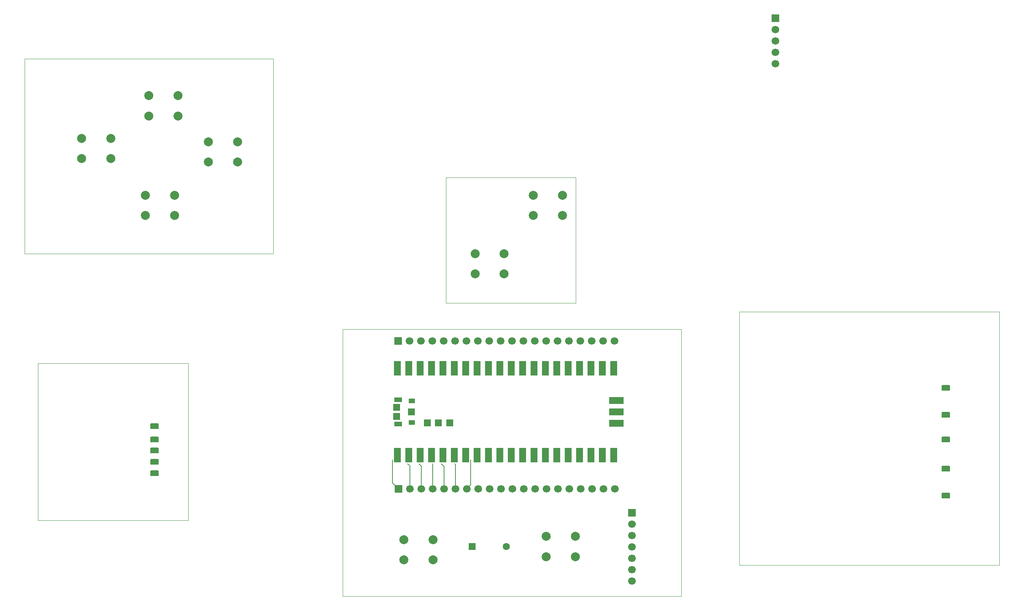
<source format=gbr>
%TF.GenerationSoftware,KiCad,Pcbnew,9.0.1*%
%TF.CreationDate,2025-04-24T14:02:34-07:00*%
%TF.ProjectId,Capstone_1,43617073-746f-46e6-955f-312e6b696361,rev?*%
%TF.SameCoordinates,Original*%
%TF.FileFunction,Copper,L1,Top*%
%TF.FilePolarity,Positive*%
%FSLAX46Y46*%
G04 Gerber Fmt 4.6, Leading zero omitted, Abs format (unit mm)*
G04 Created by KiCad (PCBNEW 9.0.1) date 2025-04-24 14:02:34*
%MOMM*%
%LPD*%
G01*
G04 APERTURE LIST*
G04 Aperture macros list*
%AMRoundRect*
0 Rectangle with rounded corners*
0 $1 Rounding radius*
0 $2 $3 $4 $5 $6 $7 $8 $9 X,Y pos of 4 corners*
0 Add a 4 corners polygon primitive as box body*
4,1,4,$2,$3,$4,$5,$6,$7,$8,$9,$2,$3,0*
0 Add four circle primitives for the rounded corners*
1,1,$1+$1,$2,$3*
1,1,$1+$1,$4,$5*
1,1,$1+$1,$6,$7*
1,1,$1+$1,$8,$9*
0 Add four rect primitives between the rounded corners*
20,1,$1+$1,$2,$3,$4,$5,0*
20,1,$1+$1,$4,$5,$6,$7,0*
20,1,$1+$1,$6,$7,$8,$9,0*
20,1,$1+$1,$8,$9,$2,$3,0*%
G04 Aperture macros list end*
%TA.AperFunction,ComponentPad*%
%ADD10R,1.700000X1.700000*%
%TD*%
%TA.AperFunction,ComponentPad*%
%ADD11C,1.700000*%
%TD*%
%TA.AperFunction,SMDPad,CuDef*%
%ADD12RoundRect,0.190500X-0.762000X-0.444500X0.762000X-0.444500X0.762000X0.444500X-0.762000X0.444500X0*%
%TD*%
%TA.AperFunction,ComponentPad*%
%ADD13C,2.000000*%
%TD*%
%TA.AperFunction,ComponentPad*%
%ADD14RoundRect,0.250000X-0.550000X-0.550000X0.550000X-0.550000X0.550000X0.550000X-0.550000X0.550000X0*%
%TD*%
%TA.AperFunction,ComponentPad*%
%ADD15C,1.600000*%
%TD*%
%TA.AperFunction,SMDPad,CuDef*%
%ADD16R,1.600200X3.200400*%
%TD*%
%TA.AperFunction,SMDPad,CuDef*%
%ADD17R,1.803400X1.092200*%
%TD*%
%TA.AperFunction,SMDPad,CuDef*%
%ADD18R,1.447800X1.041400*%
%TD*%
%TA.AperFunction,SMDPad,CuDef*%
%ADD19R,3.200400X1.600200*%
%TD*%
%TA.AperFunction,SMDPad,CuDef*%
%ADD20R,1.498600X1.498600*%
%TD*%
%TA.AperFunction,ViaPad*%
%ADD21C,0.600000*%
%TD*%
%TA.AperFunction,Conductor*%
%ADD22C,0.200000*%
%TD*%
%TA.AperFunction,Profile*%
%ADD23C,0.050000*%
%TD*%
G04 APERTURE END LIST*
D10*
%TO.P,J4,1,Pin_1*%
%TO.N,unconnected-(J4-Pin_1-Pad1)*%
X133940000Y-135000000D03*
D11*
%TO.P,J4,2,Pin_2*%
%TO.N,unconnected-(J4-Pin_2-Pad2)*%
X136480000Y-135000000D03*
%TO.P,J4,3,Pin_3*%
%TO.N,unconnected-(J4-Pin_3-Pad3)*%
X139020000Y-135000000D03*
%TO.P,J4,4,Pin_4*%
%TO.N,unconnected-(J4-Pin_4-Pad4)*%
X141560000Y-135000000D03*
%TO.P,J4,5,Pin_5*%
%TO.N,unconnected-(J4-Pin_5-Pad5)*%
X144100000Y-135000000D03*
%TO.P,J4,6,Pin_6*%
%TO.N,unconnected-(J4-Pin_6-Pad6)*%
X146640000Y-135000000D03*
%TO.P,J4,7,Pin_7*%
%TO.N,unconnected-(J4-Pin_7-Pad7)*%
X149180000Y-135000000D03*
%TO.P,J4,8,Pin_8*%
%TO.N,unconnected-(J4-Pin_8-Pad8)*%
X151720000Y-135000000D03*
%TO.P,J4,9,Pin_9*%
%TO.N,unconnected-(J4-Pin_9-Pad9)*%
X154260000Y-135000000D03*
%TO.P,J4,10,Pin_10*%
%TO.N,unconnected-(J4-Pin_10-Pad10)*%
X156800000Y-135000000D03*
%TO.P,J4,11,Pin_11*%
%TO.N,unconnected-(J4-Pin_11-Pad11)*%
X159340000Y-135000000D03*
%TO.P,J4,12,Pin_12*%
%TO.N,unconnected-(J4-Pin_12-Pad12)*%
X161880000Y-135000000D03*
%TO.P,J4,13,Pin_13*%
%TO.N,unconnected-(J4-Pin_13-Pad13)*%
X164420000Y-135000000D03*
%TO.P,J4,14,Pin_14*%
%TO.N,unconnected-(J4-Pin_14-Pad14)*%
X166960000Y-135000000D03*
%TO.P,J4,15,Pin_15*%
%TO.N,unconnected-(J4-Pin_15-Pad15)*%
X169500000Y-135000000D03*
%TO.P,J4,16,Pin_16*%
%TO.N,unconnected-(J4-Pin_16-Pad16)*%
X172040000Y-135000000D03*
%TO.P,J4,17,Pin_17*%
%TO.N,unconnected-(J4-Pin_17-Pad17)*%
X174580000Y-135000000D03*
%TO.P,J4,18,Pin_18*%
%TO.N,unconnected-(J4-Pin_18-Pad18)*%
X177120000Y-135000000D03*
%TO.P,J4,19,Pin_19*%
%TO.N,unconnected-(J4-Pin_19-Pad19)*%
X179660000Y-135000000D03*
%TO.P,J4,20,Pin_20*%
%TO.N,unconnected-(J4-Pin_20-Pad20)*%
X182200000Y-135000000D03*
%TD*%
D10*
%TO.P,J3,1,Pin_1*%
%TO.N,unconnected-(J3-Pin_1-Pad1)*%
X133820000Y-102000000D03*
D11*
%TO.P,J3,2,Pin_2*%
%TO.N,unconnected-(J3-Pin_2-Pad2)*%
X136360000Y-102000000D03*
%TO.P,J3,3,Pin_3*%
%TO.N,unconnected-(J3-Pin_3-Pad3)*%
X138900000Y-102000000D03*
%TO.P,J3,4,Pin_4*%
%TO.N,unconnected-(J3-Pin_4-Pad4)*%
X141440000Y-102000000D03*
%TO.P,J3,5,Pin_5*%
%TO.N,unconnected-(J3-Pin_5-Pad5)*%
X143980000Y-102000000D03*
%TO.P,J3,6,Pin_6*%
%TO.N,unconnected-(J3-Pin_6-Pad6)*%
X146520000Y-102000000D03*
%TO.P,J3,7,Pin_7*%
%TO.N,unconnected-(J3-Pin_7-Pad7)*%
X149060000Y-102000000D03*
%TO.P,J3,8,Pin_8*%
%TO.N,unconnected-(J3-Pin_8-Pad8)*%
X151600000Y-102000000D03*
%TO.P,J3,9,Pin_9*%
%TO.N,unconnected-(J3-Pin_9-Pad9)*%
X154140000Y-102000000D03*
%TO.P,J3,10,Pin_10*%
%TO.N,unconnected-(J3-Pin_10-Pad10)*%
X156680000Y-102000000D03*
%TO.P,J3,11,Pin_11*%
%TO.N,unconnected-(J3-Pin_11-Pad11)*%
X159220000Y-102000000D03*
%TO.P,J3,12,Pin_12*%
%TO.N,unconnected-(J3-Pin_12-Pad12)*%
X161760000Y-102000000D03*
%TO.P,J3,13,Pin_13*%
%TO.N,unconnected-(J3-Pin_13-Pad13)*%
X164300000Y-102000000D03*
%TO.P,J3,14,Pin_14*%
%TO.N,unconnected-(J3-Pin_14-Pad14)*%
X166840000Y-102000000D03*
%TO.P,J3,15,Pin_15*%
%TO.N,unconnected-(J3-Pin_15-Pad15)*%
X169380000Y-102000000D03*
%TO.P,J3,16,Pin_16*%
%TO.N,unconnected-(J3-Pin_16-Pad16)*%
X171920000Y-102000000D03*
%TO.P,J3,17,Pin_17*%
%TO.N,unconnected-(J3-Pin_17-Pad17)*%
X174460000Y-102000000D03*
%TO.P,J3,18,Pin_18*%
%TO.N,unconnected-(J3-Pin_18-Pad18)*%
X177000000Y-102000000D03*
%TO.P,J3,19,Pin_19*%
%TO.N,unconnected-(J3-Pin_19-Pad19)*%
X179540000Y-102000000D03*
%TO.P,J3,20,Pin_20*%
%TO.N,unconnected-(J3-Pin_20-Pad20)*%
X182080000Y-102000000D03*
%TD*%
D10*
%TO.P,J1,1,Pin_1*%
%TO.N,unconnected-(J1-Pin_1-Pad1)*%
X218000000Y-29920000D03*
D11*
%TO.P,J1,2,Pin_2*%
%TO.N,unconnected-(J1-Pin_2-Pad2)*%
X218000000Y-32460000D03*
%TO.P,J1,3,Pin_3*%
%TO.N,unconnected-(J1-Pin_3-Pad3)*%
X218000000Y-35000000D03*
%TO.P,J1,4,Pin_4*%
%TO.N,unconnected-(J1-Pin_4-Pad4)*%
X218000000Y-37540000D03*
%TO.P,J1,5,Pin_5*%
%TO.N,unconnected-(J1-Pin_5-Pad5)*%
X218000000Y-40080000D03*
%TD*%
D10*
%TO.P,J2,1,Pin_1*%
%TO.N,unconnected-(J2-Pin_1-Pad1)*%
X186000000Y-140380000D03*
D11*
%TO.P,J2,2,Pin_2*%
%TO.N,unconnected-(J2-Pin_2-Pad2)*%
X186000000Y-142920000D03*
%TO.P,J2,3,Pin_3*%
%TO.N,unconnected-(J2-Pin_3-Pad3)*%
X186000000Y-145460000D03*
%TO.P,J2,4,Pin_4*%
%TO.N,unconnected-(J2-Pin_4-Pad4)*%
X186000000Y-148000000D03*
%TO.P,J2,5,Pin_5*%
%TO.N,unconnected-(J2-Pin_5-Pad5)*%
X186000000Y-150540000D03*
%TO.P,J2,6,Pin_6*%
%TO.N,unconnected-(J2-Pin_6-Pad6)*%
X186000000Y-153080000D03*
%TO.P,J2,7,Pin_7*%
%TO.N,unconnected-(J2-Pin_7-Pad7)*%
X186000000Y-155620000D03*
%TD*%
D12*
%TO.P,U3,1,VCC*%
%TO.N,unconnected-(U3-VCC-Pad1)*%
X256000000Y-112500000D03*
%TO.P,U3,2,XOUT*%
%TO.N,unconnected-(U3-XOUT-Pad2)*%
X256000000Y-118500000D03*
%TO.P,U3,3,YOUT*%
%TO.N,unconnected-(U3-YOUT-Pad3)*%
X256000000Y-124000000D03*
%TO.P,U3,4,SEL*%
%TO.N,unconnected-(U3-SEL-Pad4)*%
X256000000Y-130500000D03*
%TO.P,U3,5,GND*%
%TO.N,unconnected-(U3-GND-Pad5)*%
X256000000Y-136500000D03*
%TD*%
%TO.P,U2,1,CLK*%
%TO.N,/CLK*%
X79500000Y-121000000D03*
%TO.P,U2,2,DT*%
%TO.N,/DT*%
X79500000Y-124000000D03*
%TO.P,U2,3,SW*%
%TO.N,/SW*%
X79500000Y-126500000D03*
%TO.P,U2,4,VCC*%
%TO.N,/VCC*%
X79500000Y-129000000D03*
%TO.P,U2,5,GND*%
%TO.N,GND*%
X79500000Y-131500000D03*
%TD*%
D13*
%TO.P,SW6,1,1*%
%TO.N,GND*%
X78250000Y-47250000D03*
X84750000Y-47250000D03*
%TO.P,SW6,2,2*%
%TO.N,/B*%
X78250000Y-51750000D03*
X84750000Y-51750000D03*
%TD*%
%TO.P,SW8,1,1*%
%TO.N,GND*%
X164000000Y-69500000D03*
X170500000Y-69500000D03*
%TO.P,SW8,2,2*%
%TO.N,/SELECT*%
X164000000Y-74000000D03*
X170500000Y-74000000D03*
%TD*%
%TO.P,SW1,1,1*%
%TO.N,GND*%
X77500000Y-69500000D03*
X84000000Y-69500000D03*
%TO.P,SW1,2,2*%
%TO.N,/UP*%
X77500000Y-74000000D03*
X84000000Y-74000000D03*
%TD*%
%TO.P,SW7,1,1*%
%TO.N,GND*%
X91500000Y-57500000D03*
X98000000Y-57500000D03*
%TO.P,SW7,2,2*%
%TO.N,/START*%
X91500000Y-62000000D03*
X98000000Y-62000000D03*
%TD*%
%TO.P,SW3,1,1*%
%TO.N,GND*%
X151000000Y-82500000D03*
X157500000Y-82500000D03*
%TO.P,SW3,2,2*%
%TO.N,/DOWN*%
X151000000Y-87000000D03*
X157500000Y-87000000D03*
%TD*%
D14*
%TO.P,SW10,1,A*%
%TO.N,Net-(SW10-A-Pad1)*%
X150355000Y-147892700D03*
D15*
%TO.P,SW10,2,A*%
X157975000Y-147892700D03*
%TD*%
D16*
%TO.P,U1,1,UART0_TX/I2C0_SDA/SPI0_RX/GP0*%
%TO.N,/I2C0_SDA*%
X133720000Y-127500000D03*
%TO.P,U1,2,UART0_RX/I2C0_SCL/GPI0_CSn/GP1*%
%TO.N,/I2C0_SCL*%
X136260000Y-127500000D03*
%TO.P,U1,3,GND*%
%TO.N,GND*%
X138800000Y-127500000D03*
%TO.P,U1,4,I2C1_SDA/SPI0_SCK/GP2*%
%TO.N,/UP*%
X141340000Y-127500000D03*
%TO.P,U1,5,I2C1_SCL/SPI0_TX/GP3*%
%TO.N,/DOWN*%
X143880000Y-127500000D03*
%TO.P,U1,6,UART1_TX/I2C0_SDA/SPI0_RX/GP4*%
%TO.N,/LEFT*%
X146420000Y-127500000D03*
%TO.P,U1,7,UART1_RX/I2C0_SCL/SPI0_CSn/GP5*%
%TO.N,/RIGHT*%
X148960000Y-127500000D03*
%TO.P,U1,8,GND*%
%TO.N,unconnected-(U1-GND-Pad8)*%
X151500000Y-127500000D03*
%TO.P,U1,9,I2C1_SDA/SPI0_SCK/GP6*%
%TO.N,/A*%
X154040000Y-127500000D03*
%TO.P,U1,10,I2C1_SCL/SPI0_TX/GP7*%
%TO.N,/B*%
X156580000Y-127500000D03*
%TO.P,U1,11,UART1_TX/I2C0_SDA/SPI1_RX/GP8*%
%TO.N,/SELECT*%
X159120000Y-127500000D03*
%TO.P,U1,12,UART1_RX/I2C0_SCL/SPI1_CSn/GP9*%
%TO.N,/START*%
X161660000Y-127500000D03*
%TO.P,U1,13,GND*%
%TO.N,unconnected-(U1-GND-Pad13)*%
X164200000Y-127500000D03*
%TO.P,U1,14,I2C1_SDA/SPI1_SCK/GP10*%
%TO.N,/DT*%
X166740000Y-127500000D03*
%TO.P,U1,15,I2C1_SCL/SPI1_TX/GP11*%
%TO.N,/CLK*%
X169280000Y-127500000D03*
%TO.P,U1,16,UART0_TX/I2C0_SDA/GPI1_RX/GP12*%
%TO.N,unconnected-(U1-UART0_TX{slash}I2C0_SDA{slash}GPI1_RX{slash}GP12-Pad16)*%
X171820000Y-127500000D03*
%TO.P,U1,17,UART0_RX/I2C0_SCL/SPI1_CSn/GP13*%
%TO.N,unconnected-(U1-UART0_RX{slash}I2C0_SCL{slash}SPI1_CSn{slash}GP13-Pad17)*%
X174360000Y-127500000D03*
%TO.P,U1,18,GND*%
%TO.N,unconnected-(U1-GND-Pad18)*%
X176900000Y-127500000D03*
%TO.P,U1,19,I2C1_SDA/SPI1_SCK/GP14*%
%TO.N,unconnected-(U1-I2C1_SDA{slash}SPI1_SCK{slash}GP14-Pad19)*%
X179440000Y-127500000D03*
%TO.P,U1,20,I2C1_SCL/SPI1_TX/GP15*%
%TO.N,unconnected-(U1-I2C1_SCL{slash}SPI1_TX{slash}GP15-Pad20)*%
X181980000Y-127500000D03*
%TO.P,U1,21,UART0_TX/I2C0_SDA/SPI0_RX/GP16*%
%TO.N,/SW*%
X181980000Y-108119800D03*
%TO.P,U1,22,UART0_RX/I2C0_SCL/SPI0_CSn/GP17*%
%TO.N,unconnected-(U1-UART0_RX{slash}I2C0_SCL{slash}SPI0_CSn{slash}GP17-Pad22)*%
X179440000Y-108119800D03*
%TO.P,U1,23,GND*%
%TO.N,unconnected-(U1-GND-Pad23)*%
X176900000Y-108119800D03*
%TO.P,U1,24,I2C1_SDA/SPI0_SCK/GP18*%
%TO.N,unconnected-(U1-I2C1_SDA{slash}SPI0_SCK{slash}GP18-Pad24)*%
X174360000Y-108119800D03*
%TO.P,U1,25,I2C1_SCL/SPI0_TX/GP19*%
%TO.N,unconnected-(U1-I2C1_SCL{slash}SPI0_TX{slash}GP19-Pad25)*%
X171820000Y-108119800D03*
%TO.P,U1,26,I2C0_SDA/GP20*%
%TO.N,unconnected-(U1-I2C0_SDA{slash}GP20-Pad26)*%
X169280000Y-108119800D03*
%TO.P,U1,27,I2C0_SCL/GP21*%
%TO.N,/I2C0_SCL{slash}GP21*%
X166740000Y-108119800D03*
%TO.P,U1,28,GND*%
%TO.N,unconnected-(U1-GND-Pad28)*%
X164200000Y-108119800D03*
%TO.P,U1,29,GP22*%
%TO.N,unconnected-(U1-GP22-Pad29)*%
X161660000Y-108119800D03*
%TO.P,U1,30,RUN*%
%TO.N,unconnected-(U1-RUN-Pad30)*%
X159120000Y-108119800D03*
%TO.P,U1,31,I2C1_SDA/ADC0/GP26*%
%TO.N,/DIN*%
X156580000Y-108119800D03*
%TO.P,U1,32,I2C1_SCL/ADC1/GP27*%
%TO.N,unconnected-(U1-I2C1_SCL{slash}ADC1{slash}GP27-Pad32)*%
X154040000Y-108119800D03*
%TO.P,U1,33,AGND/GND*%
%TO.N,unconnected-(U1-AGND{slash}GND-Pad33)*%
X151500000Y-108119800D03*
%TO.P,U1,34,ADC2/GP28*%
%TO.N,unconnected-(U1-ADC2{slash}GP28-Pad34)*%
X148960000Y-108119800D03*
%TO.P,U1,35,ADC_VREF*%
%TO.N,unconnected-(U1-ADC_VREF-Pad35)*%
X146420000Y-108119800D03*
%TO.P,U1,36,3V3(OUT)*%
%TO.N,unconnected-(U1-3V3(OUT)-Pad36)*%
X143880000Y-108119800D03*
%TO.P,U1,37,3V3_EN*%
%TO.N,unconnected-(U1-3V3_EN-Pad37)*%
X141340000Y-108119800D03*
%TO.P,U1,38,GND*%
%TO.N,GND*%
X138800000Y-108119800D03*
%TO.P,U1,39,VSYS*%
%TO.N,unconnected-(U1-VSYS-Pad39)*%
X136260000Y-108119800D03*
%TO.P,U1,40,VBUS*%
%TO.N,+5V*%
X133720000Y-108119800D03*
D17*
%TO.P,U1,A,GND*%
%TO.N,unconnected-(U1-GND-PadA)*%
X133849540Y-120535320D03*
%TO.P,U1,B,GND*%
%TO.N,unconnected-(U1-GND-PadB)*%
X133849540Y-115084480D03*
D18*
%TO.P,U1,C,GND*%
%TO.N,unconnected-(U1-GND-PadC)*%
X136879760Y-120235600D03*
%TO.P,U1,D,GND*%
%TO.N,unconnected-(U1-GND-PadD)*%
X136879760Y-115384200D03*
D19*
%TO.P,U1,D1,SWCLK*%
%TO.N,unconnected-(U1-SWCLK-PadD1)*%
X182548960Y-120349900D03*
%TO.P,U1,D2,GND*%
%TO.N,unconnected-(U1-GND-PadD2)*%
X182548960Y-117809900D03*
%TO.P,U1,D3,SWDIO*%
%TO.N,unconnected-(U1-SWDIO-PadD3)*%
X182548960Y-115269900D03*
D20*
%TO.P,U1,TP1,GND*%
%TO.N,unconnected-(U1-GND-PadTP1)*%
X136849280Y-117809900D03*
%TO.P,U1,TP2,USB_DM*%
%TO.N,unconnected-(U1-USB_DM-PadTP2)*%
X133549820Y-116809140D03*
%TO.P,U1,TP3,USB_DP*%
%TO.N,unconnected-(U1-USB_DP-PadTP3)*%
X133549820Y-118810660D03*
%TO.P,U1,TP4,GPIO/SMPS*%
%TO.N,unconnected-(U1-GPIO{slash}SMPS-PadTP4)*%
X140349400Y-120309260D03*
%TO.P,U1,TP5,GPIO25/LED*%
%TO.N,unconnected-(U1-GPIO25{slash}LED-PadTP5)*%
X142848760Y-120309260D03*
%TO.P,U1,TP6,BOOTSEL*%
%TO.N,unconnected-(U1-BOOTSEL-PadTP6)*%
X145348120Y-120309260D03*
%TD*%
D13*
%TO.P,SW5,1,1*%
%TO.N,GND*%
X135160000Y-146380200D03*
X141660000Y-146380200D03*
%TO.P,SW5,2,2*%
%TO.N,/A*%
X135160000Y-150880200D03*
X141660000Y-150880200D03*
%TD*%
%TO.P,SW2,1,1*%
%TO.N,GND*%
X63250000Y-56750000D03*
X69750000Y-56750000D03*
%TO.P,SW2,2,2*%
%TO.N,/LEFT*%
X63250000Y-61250000D03*
X69750000Y-61250000D03*
%TD*%
%TO.P,SW4,1,1*%
%TO.N,GND*%
X166910000Y-145630200D03*
X173410000Y-145630200D03*
%TO.P,SW4,2,2*%
%TO.N,/RIGHT*%
X166910000Y-150130200D03*
X173410000Y-150130200D03*
%TD*%
D21*
%TO.N,unconnected-(J2-Pin_5-Pad5)*%
X186000000Y-150000000D03*
%TO.N,unconnected-(J2-Pin_4-Pad4)*%
X186000000Y-148000000D03*
%TO.N,unconnected-(J2-Pin_3-Pad3)*%
X186000000Y-145500000D03*
%TD*%
D22*
%TO.N,unconnected-(J4-Pin_7-Pad7)*%
X150061100Y-134118900D02*
X150061100Y-128500000D01*
X149180000Y-135000000D02*
X150061100Y-134118900D01*
%TO.N,unconnected-(J4-Pin_6-Pad6)*%
X146640000Y-129541200D02*
X146500000Y-129401200D01*
X146640000Y-135000000D02*
X146640000Y-129541200D01*
%TO.N,unconnected-(J4-Pin_5-Pad5)*%
X144100000Y-130001200D02*
X143500000Y-129401200D01*
X144100000Y-135000000D02*
X144100000Y-130001200D01*
%TO.N,unconnected-(J4-Pin_4-Pad4)*%
X141560000Y-129461200D02*
X141500000Y-129401200D01*
X141560000Y-135000000D02*
X141560000Y-129461200D01*
X141560000Y-134940000D02*
X142000000Y-134500000D01*
X141560000Y-135000000D02*
X141560000Y-134940000D01*
%TO.N,unconnected-(J4-Pin_3-Pad3)*%
X139020000Y-129921200D02*
X138500000Y-129401200D01*
X139020000Y-135000000D02*
X139020000Y-129921200D01*
%TO.N,unconnected-(J4-Pin_2-Pad2)*%
X136480000Y-129881200D02*
X136000000Y-129401200D01*
X136480000Y-135000000D02*
X136480000Y-129881200D01*
%TO.N,unconnected-(J4-Pin_1-Pad1)*%
X132618900Y-133678900D02*
X133940000Y-135000000D01*
X132618900Y-128500000D02*
X132618900Y-133678900D01*
%TD*%
D23*
X210000000Y-95500000D02*
X268000000Y-95500000D01*
X268000000Y-152000000D01*
X210000000Y-152000000D01*
X210000000Y-95500000D01*
X53500000Y-107000000D02*
X87000000Y-107000000D01*
X87000000Y-142000000D01*
X53500000Y-142000000D01*
X53500000Y-107000000D01*
X144500000Y-65500000D02*
X173500000Y-65500000D01*
X173500000Y-93500000D01*
X144500000Y-93500000D01*
X144500000Y-65500000D01*
X50500000Y-39000000D02*
X106000000Y-39000000D01*
X106000000Y-82500000D01*
X50500000Y-82500000D01*
X50500000Y-39000000D01*
X121500000Y-99380200D02*
X197000000Y-99380200D01*
X197000000Y-159000000D01*
X121500000Y-159000000D01*
X121500000Y-99380200D01*
M02*

</source>
